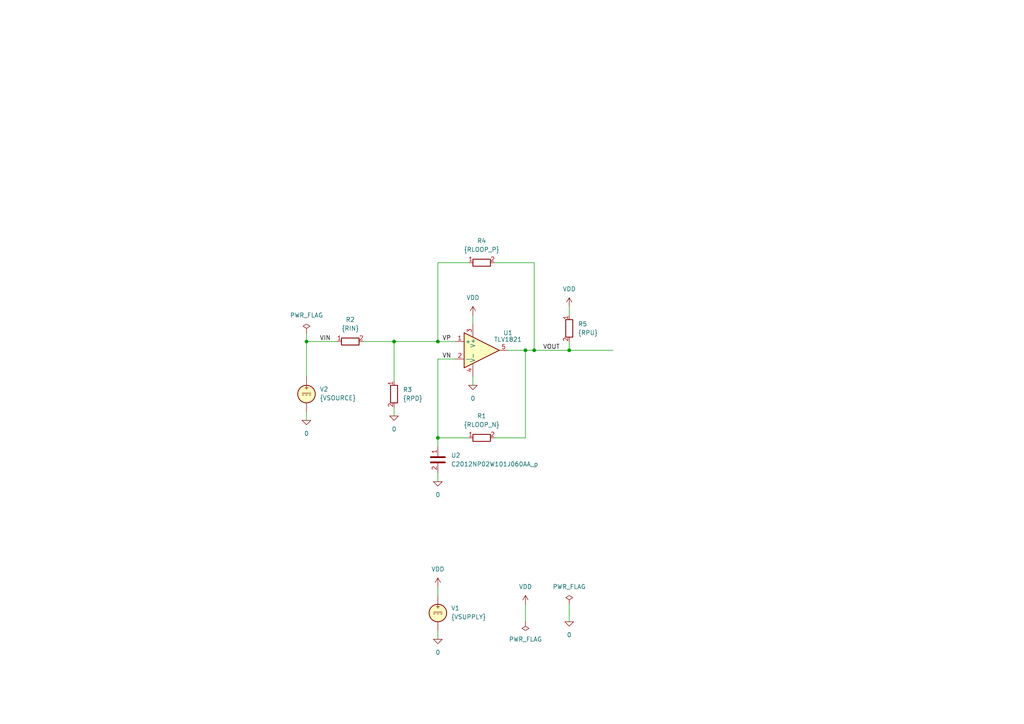
<source format=kicad_sch>
(kicad_sch
	(version 20231120)
	(generator "eeschema")
	(generator_version "8.0")
	(uuid "eee3e205-6a0b-41d1-8890-32090b4c904c")
	(paper "A4")
	(title_block
		(title "Square-wave oscillator")
		(date "2024-06-30")
		(rev "2")
		(company "astroelectronic@")
		(comment 1 "-")
		(comment 2 "-")
		(comment 3 "-")
		(comment 4 "AE01010821")
	)
	(lib_symbols
		(symbol "R_1"
			(pin_names
				(offset 0) hide)
			(exclude_from_sim no)
			(in_bom yes)
			(on_board yes)
			(property "Reference" "R"
				(at 2.032 0 90)
				(effects
					(font
						(size 1.27 1.27)
					)
				)
			)
			(property "Value" "R"
				(at 0 0 90)
				(effects
					(font
						(size 1.27 1.27)
					)
				)
			)
			(property "Footprint" ""
				(at -1.778 0 90)
				(effects
					(font
						(size 1.27 1.27)
					)
					(hide yes)
				)
			)
			(property "Datasheet" "~"
				(at 0 0 0)
				(effects
					(font
						(size 1.27 1.27)
					)
					(hide yes)
				)
			)
			(property "Description" "Resistor"
				(at 0 0 0)
				(effects
					(font
						(size 1.27 1.27)
					)
					(hide yes)
				)
			)
			(property "ki_keywords" "R res resistor"
				(at 0 0 0)
				(effects
					(font
						(size 1.27 1.27)
					)
					(hide yes)
				)
			)
			(property "ki_fp_filters" "R_*"
				(at 0 0 0)
				(effects
					(font
						(size 1.27 1.27)
					)
					(hide yes)
				)
			)
			(symbol "R_1_0_1"
				(rectangle
					(start -1.016 -2.54)
					(end 1.016 2.54)
					(stroke
						(width 0.254)
						(type default)
					)
					(fill
						(type none)
					)
				)
			)
			(symbol "R_1_1_1"
				(pin passive line
					(at 0 3.81 270)
					(length 1.27)
					(name "~"
						(effects
							(font
								(size 1.27 1.27)
							)
						)
					)
					(number "1"
						(effects
							(font
								(size 1.27 1.27)
							)
						)
					)
				)
				(pin passive line
					(at 0 -3.81 90)
					(length 1.27)
					(name "~"
						(effects
							(font
								(size 1.27 1.27)
							)
						)
					)
					(number "2"
						(effects
							(font
								(size 1.27 1.27)
							)
						)
					)
				)
			)
		)
		(symbol "TLV1821:0"
			(power)
			(pin_numbers hide)
			(pin_names
				(offset 0) hide)
			(exclude_from_sim no)
			(in_bom yes)
			(on_board yes)
			(property "Reference" "#GND"
				(at 0 -5.08 0)
				(effects
					(font
						(size 1.27 1.27)
					)
					(hide yes)
				)
			)
			(property "Value" "0"
				(at 0 -2.54 0)
				(effects
					(font
						(size 1.27 1.27)
					)
				)
			)
			(property "Footprint" ""
				(at 0 0 0)
				(effects
					(font
						(size 1.27 1.27)
					)
					(hide yes)
				)
			)
			(property "Datasheet" "https://ngspice.sourceforge.io/docs/ngspice-html-manual/manual.xhtml#subsec_Circuit_elements__device"
				(at 0 -10.16 0)
				(effects
					(font
						(size 1.27 1.27)
					)
					(hide yes)
				)
			)
			(property "Description" "0V reference potential for simulation"
				(at 0 -7.62 0)
				(effects
					(font
						(size 1.27 1.27)
					)
					(hide yes)
				)
			)
			(property "ki_keywords" "simulation"
				(at 0 0 0)
				(effects
					(font
						(size 1.27 1.27)
					)
					(hide yes)
				)
			)
			(symbol "0_0_1"
				(polyline
					(pts
						(xy -1.27 0) (xy 0 -1.27) (xy 1.27 0) (xy -1.27 0)
					)
					(stroke
						(width 0)
						(type default)
					)
					(fill
						(type none)
					)
				)
			)
			(symbol "0_1_1"
				(pin power_in line
					(at 0 0 0)
					(length 0)
					(name "~"
						(effects
							(font
								(size 1.016 1.016)
							)
						)
					)
					(number "1"
						(effects
							(font
								(size 1.016 1.016)
							)
						)
					)
				)
			)
		)
		(symbol "TLV1821:C"
			(pin_names
				(offset 0.254) hide)
			(exclude_from_sim no)
			(in_bom yes)
			(on_board yes)
			(property "Reference" "C"
				(at 0.635 2.54 0)
				(effects
					(font
						(size 1.27 1.27)
					)
					(justify left)
				)
			)
			(property "Value" "C"
				(at 0.635 -2.54 0)
				(effects
					(font
						(size 1.27 1.27)
					)
					(justify left)
				)
			)
			(property "Footprint" ""
				(at 0.9652 -3.81 0)
				(effects
					(font
						(size 1.27 1.27)
					)
					(hide yes)
				)
			)
			(property "Datasheet" "~"
				(at 0 0 0)
				(effects
					(font
						(size 1.27 1.27)
					)
					(hide yes)
				)
			)
			(property "Description" "Unpolarized capacitor"
				(at 0 0 0)
				(effects
					(font
						(size 1.27 1.27)
					)
					(hide yes)
				)
			)
			(property "ki_keywords" "cap capacitor"
				(at 0 0 0)
				(effects
					(font
						(size 1.27 1.27)
					)
					(hide yes)
				)
			)
			(property "ki_fp_filters" "C_*"
				(at 0 0 0)
				(effects
					(font
						(size 1.27 1.27)
					)
					(hide yes)
				)
			)
			(symbol "C_0_1"
				(polyline
					(pts
						(xy -2.032 -0.762) (xy 2.032 -0.762)
					)
					(stroke
						(width 0.508)
						(type default)
					)
					(fill
						(type none)
					)
				)
				(polyline
					(pts
						(xy -2.032 0.762) (xy 2.032 0.762)
					)
					(stroke
						(width 0.508)
						(type default)
					)
					(fill
						(type none)
					)
				)
			)
			(symbol "C_1_1"
				(pin passive line
					(at 0 3.81 270)
					(length 2.794)
					(name "~"
						(effects
							(font
								(size 1.27 1.27)
							)
						)
					)
					(number "1"
						(effects
							(font
								(size 1.27 1.27)
							)
						)
					)
				)
				(pin passive line
					(at 0 -3.81 90)
					(length 2.794)
					(name "~"
						(effects
							(font
								(size 1.27 1.27)
							)
						)
					)
					(number "2"
						(effects
							(font
								(size 1.27 1.27)
							)
						)
					)
				)
			)
		)
		(symbol "TLV1821:PWR_FLAG"
			(power)
			(pin_numbers hide)
			(pin_names
				(offset 0) hide)
			(exclude_from_sim no)
			(in_bom yes)
			(on_board yes)
			(property "Reference" "#FLG"
				(at 0 1.905 0)
				(effects
					(font
						(size 1.27 1.27)
					)
					(hide yes)
				)
			)
			(property "Value" "PWR_FLAG"
				(at 0 3.81 0)
				(effects
					(font
						(size 1.27 1.27)
					)
				)
			)
			(property "Footprint" ""
				(at 0 0 0)
				(effects
					(font
						(size 1.27 1.27)
					)
					(hide yes)
				)
			)
			(property "Datasheet" "~"
				(at 0 0 0)
				(effects
					(font
						(size 1.27 1.27)
					)
					(hide yes)
				)
			)
			(property "Description" "Special symbol for telling ERC where power comes from"
				(at 0 0 0)
				(effects
					(font
						(size 1.27 1.27)
					)
					(hide yes)
				)
			)
			(property "ki_keywords" "flag power"
				(at 0 0 0)
				(effects
					(font
						(size 1.27 1.27)
					)
					(hide yes)
				)
			)
			(symbol "PWR_FLAG_0_0"
				(pin power_out line
					(at 0 0 90)
					(length 0)
					(name "~"
						(effects
							(font
								(size 1.27 1.27)
							)
						)
					)
					(number "1"
						(effects
							(font
								(size 1.27 1.27)
							)
						)
					)
				)
			)
			(symbol "PWR_FLAG_0_1"
				(polyline
					(pts
						(xy 0 0) (xy 0 1.27) (xy -1.016 1.905) (xy 0 2.54) (xy 1.016 1.905) (xy 0 1.27)
					)
					(stroke
						(width 0)
						(type default)
					)
					(fill
						(type none)
					)
				)
			)
		)
		(symbol "TLV1821:R"
			(pin_names
				(offset 0) hide)
			(exclude_from_sim no)
			(in_bom yes)
			(on_board yes)
			(property "Reference" "R"
				(at 2.032 0 90)
				(effects
					(font
						(size 1.27 1.27)
					)
				)
			)
			(property "Value" "R"
				(at 0 0 90)
				(effects
					(font
						(size 1.27 1.27)
					)
				)
			)
			(property "Footprint" ""
				(at -1.778 0 90)
				(effects
					(font
						(size 1.27 1.27)
					)
					(hide yes)
				)
			)
			(property "Datasheet" "~"
				(at 0 0 0)
				(effects
					(font
						(size 1.27 1.27)
					)
					(hide yes)
				)
			)
			(property "Description" "Resistor"
				(at 0 0 0)
				(effects
					(font
						(size 1.27 1.27)
					)
					(hide yes)
				)
			)
			(property "ki_keywords" "R res resistor"
				(at 0 0 0)
				(effects
					(font
						(size 1.27 1.27)
					)
					(hide yes)
				)
			)
			(property "ki_fp_filters" "R_*"
				(at 0 0 0)
				(effects
					(font
						(size 1.27 1.27)
					)
					(hide yes)
				)
			)
			(symbol "R_0_1"
				(rectangle
					(start -1.016 -2.54)
					(end 1.016 2.54)
					(stroke
						(width 0.254)
						(type default)
					)
					(fill
						(type none)
					)
				)
			)
			(symbol "R_1_1"
				(pin passive line
					(at 0 3.81 270)
					(length 1.27)
					(name "~"
						(effects
							(font
								(size 1.27 1.27)
							)
						)
					)
					(number "1"
						(effects
							(font
								(size 1.27 1.27)
							)
						)
					)
				)
				(pin passive line
					(at 0 -3.81 90)
					(length 1.27)
					(name "~"
						(effects
							(font
								(size 1.27 1.27)
							)
						)
					)
					(number "2"
						(effects
							(font
								(size 1.27 1.27)
							)
						)
					)
				)
			)
		)
		(symbol "TLV1821:TLV1821"
			(pin_names
				(offset 0.254)
			)
			(exclude_from_sim no)
			(in_bom yes)
			(on_board yes)
			(property "Reference" "U"
				(at 3.81 3.175 0)
				(effects
					(font
						(size 1.27 1.27)
					)
					(justify left)
				)
			)
			(property "Value" "${SIM.PARAMS}"
				(at 3.81 -3.175 0)
				(effects
					(font
						(size 1.27 1.27)
					)
					(justify left)
				)
			)
			(property "Footprint" ""
				(at 0 0 0)
				(effects
					(font
						(size 1.27 1.27)
					)
					(hide yes)
				)
			)
			(property "Datasheet" "https://www.ti.com/product/TLV1824"
				(at 0 0 0)
				(effects
					(font
						(size 1.27 1.27)
					)
					(hide yes)
				)
			)
			(property "Description" "Operational amplifier, single, node sequence=1:+ 2:- 3:OUT 4:V+ 5:V-"
				(at 0 0 0)
				(effects
					(font
						(size 1.27 1.27)
					)
					(hide yes)
				)
			)
			(property "Sim.Pins" "1=in+ 2=in- 3=vcc 4=vee 5=out"
				(at 0 0 0)
				(effects
					(font
						(size 1.27 1.27)
					)
					(hide yes)
				)
			)
			(property "Sim.Device" "SUBCKT"
				(at 0 0 0)
				(effects
					(font
						(size 1.27 1.27)
					)
					(justify left)
					(hide yes)
				)
			)
			(property "Sim.Library" "${KICAD7_SYMBOL_DIR}/Simulation_SPICE.sp"
				(at 0 0 0)
				(effects
					(font
						(size 1.27 1.27)
					)
					(hide yes)
				)
			)
			(property "Sim.Name" "kicad_builtin_opamp"
				(at 0 0 0)
				(effects
					(font
						(size 1.27 1.27)
					)
					(hide yes)
				)
			)
			(property "ki_keywords" "simulation"
				(at 0 0 0)
				(effects
					(font
						(size 1.27 1.27)
					)
					(hide yes)
				)
			)
			(symbol "TLV1821_0_1"
				(polyline
					(pts
						(xy 5.08 0) (xy -5.08 5.08) (xy -5.08 -5.08) (xy 5.08 0)
					)
					(stroke
						(width 0.254)
						(type default)
					)
					(fill
						(type background)
					)
				)
			)
			(symbol "TLV1821_1_1"
				(pin passive line
					(at -7.62 2.54 0)
					(length 2.54)
					(name "+"
						(effects
							(font
								(size 1.27 1.27)
							)
						)
					)
					(number "1"
						(effects
							(font
								(size 1.27 1.27)
							)
						)
					)
				)
				(pin passive line
					(at -7.62 -2.54 0)
					(length 2.54)
					(name "-"
						(effects
							(font
								(size 1.27 1.27)
							)
						)
					)
					(number "2"
						(effects
							(font
								(size 1.27 1.27)
							)
						)
					)
				)
				(pin passive line
					(at -2.54 7.62 270)
					(length 3.81)
					(name "V+"
						(effects
							(font
								(size 1.27 1.27)
							)
						)
					)
					(number "3"
						(effects
							(font
								(size 1.27 1.27)
							)
						)
					)
				)
				(pin passive line
					(at -2.54 -7.62 90)
					(length 3.81)
					(name "V-"
						(effects
							(font
								(size 1.27 1.27)
							)
						)
					)
					(number "4"
						(effects
							(font
								(size 1.27 1.27)
							)
						)
					)
				)
				(pin passive line
					(at 7.62 0 180)
					(length 2.54)
					(name "~"
						(effects
							(font
								(size 1.27 1.27)
							)
						)
					)
					(number "5"
						(effects
							(font
								(size 1.27 1.27)
							)
						)
					)
				)
			)
		)
		(symbol "TLV1821:VDC"
			(pin_numbers hide)
			(pin_names
				(offset 0.0254)
			)
			(exclude_from_sim no)
			(in_bom yes)
			(on_board yes)
			(property "Reference" "V"
				(at 2.54 2.54 0)
				(effects
					(font
						(size 1.27 1.27)
					)
					(justify left)
				)
			)
			(property "Value" "1"
				(at 2.54 0 0)
				(effects
					(font
						(size 1.27 1.27)
					)
					(justify left)
				)
			)
			(property "Footprint" ""
				(at 0 0 0)
				(effects
					(font
						(size 1.27 1.27)
					)
					(hide yes)
				)
			)
			(property "Datasheet" "https://ngspice.sourceforge.io/docs/ngspice-html-manual/manual.xhtml#sec_Independent_Sources_for"
				(at 0 0 0)
				(effects
					(font
						(size 1.27 1.27)
					)
					(hide yes)
				)
			)
			(property "Description" "Voltage source, DC"
				(at 0 0 0)
				(effects
					(font
						(size 1.27 1.27)
					)
					(hide yes)
				)
			)
			(property "Sim.Pins" "1=+ 2=-"
				(at 0 0 0)
				(effects
					(font
						(size 1.27 1.27)
					)
					(hide yes)
				)
			)
			(property "Sim.Type" "DC"
				(at 0 0 0)
				(effects
					(font
						(size 1.27 1.27)
					)
					(hide yes)
				)
			)
			(property "Sim.Device" "V"
				(at 0 0 0)
				(effects
					(font
						(size 1.27 1.27)
					)
					(justify left)
					(hide yes)
				)
			)
			(property "ki_keywords" "simulation"
				(at 0 0 0)
				(effects
					(font
						(size 1.27 1.27)
					)
					(hide yes)
				)
			)
			(symbol "VDC_0_0"
				(polyline
					(pts
						(xy -1.27 0.254) (xy 1.27 0.254)
					)
					(stroke
						(width 0)
						(type default)
					)
					(fill
						(type none)
					)
				)
				(polyline
					(pts
						(xy -0.762 -0.254) (xy -1.27 -0.254)
					)
					(stroke
						(width 0)
						(type default)
					)
					(fill
						(type none)
					)
				)
				(polyline
					(pts
						(xy 0.254 -0.254) (xy -0.254 -0.254)
					)
					(stroke
						(width 0)
						(type default)
					)
					(fill
						(type none)
					)
				)
				(polyline
					(pts
						(xy 1.27 -0.254) (xy 0.762 -0.254)
					)
					(stroke
						(width 0)
						(type default)
					)
					(fill
						(type none)
					)
				)
				(text "+"
					(at 0 1.905 0)
					(effects
						(font
							(size 1.27 1.27)
						)
					)
				)
			)
			(symbol "VDC_0_1"
				(circle
					(center 0 0)
					(radius 2.54)
					(stroke
						(width 0.254)
						(type default)
					)
					(fill
						(type background)
					)
				)
			)
			(symbol "VDC_1_1"
				(pin passive line
					(at 0 5.08 270)
					(length 2.54)
					(name "~"
						(effects
							(font
								(size 1.27 1.27)
							)
						)
					)
					(number "1"
						(effects
							(font
								(size 1.27 1.27)
							)
						)
					)
				)
				(pin passive line
					(at 0 -5.08 90)
					(length 2.54)
					(name "~"
						(effects
							(font
								(size 1.27 1.27)
							)
						)
					)
					(number "2"
						(effects
							(font
								(size 1.27 1.27)
							)
						)
					)
				)
			)
		)
		(symbol "TLV1821:VDD"
			(power)
			(pin_numbers hide)
			(pin_names
				(offset 0) hide)
			(exclude_from_sim no)
			(in_bom yes)
			(on_board yes)
			(property "Reference" "#PWR"
				(at 0 -3.81 0)
				(effects
					(font
						(size 1.27 1.27)
					)
					(hide yes)
				)
			)
			(property "Value" "VDD"
				(at 0 3.556 0)
				(effects
					(font
						(size 1.27 1.27)
					)
				)
			)
			(property "Footprint" ""
				(at 0 0 0)
				(effects
					(font
						(size 1.27 1.27)
					)
					(hide yes)
				)
			)
			(property "Datasheet" ""
				(at 0 0 0)
				(effects
					(font
						(size 1.27 1.27)
					)
					(hide yes)
				)
			)
			(property "Description" "Power symbol creates a global label with name \"VDD\""
				(at 0 0 0)
				(effects
					(font
						(size 1.27 1.27)
					)
					(hide yes)
				)
			)
			(property "ki_keywords" "global power"
				(at 0 0 0)
				(effects
					(font
						(size 1.27 1.27)
					)
					(hide yes)
				)
			)
			(symbol "VDD_0_1"
				(polyline
					(pts
						(xy -0.762 1.27) (xy 0 2.54)
					)
					(stroke
						(width 0)
						(type default)
					)
					(fill
						(type none)
					)
				)
				(polyline
					(pts
						(xy 0 0) (xy 0 2.54)
					)
					(stroke
						(width 0)
						(type default)
					)
					(fill
						(type none)
					)
				)
				(polyline
					(pts
						(xy 0 2.54) (xy 0.762 1.27)
					)
					(stroke
						(width 0)
						(type default)
					)
					(fill
						(type none)
					)
				)
			)
			(symbol "VDD_1_1"
				(pin power_in line
					(at 0 0 90)
					(length 0)
					(name "~"
						(effects
							(font
								(size 1.27 1.27)
							)
						)
					)
					(number "1"
						(effects
							(font
								(size 1.27 1.27)
							)
						)
					)
				)
			)
		)
	)
	(junction
		(at 127 127)
		(diameter 0)
		(color 0 0 0 0)
		(uuid "3c222ed5-b577-4b29-b849-9c34ae203f71")
	)
	(junction
		(at 114.3 99.06)
		(diameter 0)
		(color 0 0 0 0)
		(uuid "4fa8a1c9-3020-4756-b2ff-0290b3b46761")
	)
	(junction
		(at 127 99.06)
		(diameter 0)
		(color 0 0 0 0)
		(uuid "631e0c59-e88d-4c5f-b08e-b1ccfce08ae6")
	)
	(junction
		(at 154.94 101.6)
		(diameter 0)
		(color 0 0 0 0)
		(uuid "7efead06-6895-4f2f-a02b-2b759a33fa4f")
	)
	(junction
		(at 165.1 101.6)
		(diameter 0)
		(color 0 0 0 0)
		(uuid "e2e018c3-bbcb-41b5-80fc-93cd9ee601d3")
	)
	(junction
		(at 88.9 99.06)
		(diameter 0)
		(color 0 0 0 0)
		(uuid "e99acf1d-7d6b-401e-abef-dd405c1e32cd")
	)
	(junction
		(at 152.4 101.6)
		(diameter 0)
		(color 0 0 0 0)
		(uuid "f256d2b5-0286-49fa-9248-0c38a389048d")
	)
	(wire
		(pts
			(xy 114.3 118.11) (xy 114.3 120.65)
		)
		(stroke
			(width 0)
			(type default)
		)
		(uuid "0fbf222f-ce3d-49bb-b02c-919eee802813")
	)
	(wire
		(pts
			(xy 114.3 99.06) (xy 127 99.06)
		)
		(stroke
			(width 0)
			(type default)
		)
		(uuid "151cc5e3-5858-4403-93ad-10ec5b65bbe0")
	)
	(wire
		(pts
			(xy 165.1 99.06) (xy 165.1 101.6)
		)
		(stroke
			(width 0)
			(type default)
		)
		(uuid "2d836bbf-dafb-41a1-b78c-97dbeaf69f0b")
	)
	(wire
		(pts
			(xy 127 99.06) (xy 132.08 99.06)
		)
		(stroke
			(width 0)
			(type default)
		)
		(uuid "336387b1-6b5b-4505-90ba-801a146bd2a8")
	)
	(wire
		(pts
			(xy 127 127) (xy 127 104.14)
		)
		(stroke
			(width 0)
			(type default)
		)
		(uuid "388bb1b4-cdf5-4967-b723-f68265613ca5")
	)
	(wire
		(pts
			(xy 165.1 88.9) (xy 165.1 91.44)
		)
		(stroke
			(width 0)
			(type default)
		)
		(uuid "3e1806f8-09db-44a7-bc33-3e035da64cdf")
	)
	(wire
		(pts
			(xy 165.1 175.26) (xy 165.1 180.34)
		)
		(stroke
			(width 0)
			(type default)
		)
		(uuid "402863fc-1b70-4d69-8647-d2b111982bc9")
	)
	(wire
		(pts
			(xy 135.89 127) (xy 127 127)
		)
		(stroke
			(width 0)
			(type default)
		)
		(uuid "48f6cb73-4f3d-4e6a-a15b-3a7a3224acf4")
	)
	(wire
		(pts
			(xy 105.41 99.06) (xy 114.3 99.06)
		)
		(stroke
			(width 0)
			(type default)
		)
		(uuid "524c3c4d-178b-41c2-b3d2-4b32dd21a0c8")
	)
	(wire
		(pts
			(xy 88.9 119.38) (xy 88.9 121.92)
		)
		(stroke
			(width 0)
			(type default)
		)
		(uuid "5e5a6e68-3d18-4659-b676-bad356ae6090")
	)
	(wire
		(pts
			(xy 154.94 76.2) (xy 143.51 76.2)
		)
		(stroke
			(width 0)
			(type default)
		)
		(uuid "643a3d7b-e132-4948-b8a7-6d2a5204d0d1")
	)
	(wire
		(pts
			(xy 127 137.16) (xy 127 139.7)
		)
		(stroke
			(width 0)
			(type default)
		)
		(uuid "6458248a-4c04-48a7-8a4a-4e6f75058251")
	)
	(wire
		(pts
			(xy 137.16 109.22) (xy 137.16 111.76)
		)
		(stroke
			(width 0)
			(type default)
		)
		(uuid "6599adde-5de4-45e5-9fb1-6a621a3fc205")
	)
	(wire
		(pts
			(xy 88.9 109.22) (xy 88.9 99.06)
		)
		(stroke
			(width 0)
			(type default)
		)
		(uuid "6742afe4-1286-4e31-81eb-cab4ecc5dcd4")
	)
	(wire
		(pts
			(xy 152.4 101.6) (xy 147.32 101.6)
		)
		(stroke
			(width 0)
			(type default)
		)
		(uuid "6a8e476f-887d-4edc-9c09-261a55852c06")
	)
	(wire
		(pts
			(xy 152.4 127) (xy 152.4 101.6)
		)
		(stroke
			(width 0)
			(type default)
		)
		(uuid "750447bd-0bc4-443b-a522-ea57a9b52dfb")
	)
	(wire
		(pts
			(xy 154.94 101.6) (xy 165.1 101.6)
		)
		(stroke
			(width 0)
			(type default)
		)
		(uuid "7a926146-bfc1-45d3-b0d9-c8a24ddb2546")
	)
	(wire
		(pts
			(xy 137.16 91.44) (xy 137.16 93.98)
		)
		(stroke
			(width 0)
			(type default)
		)
		(uuid "9cef6949-6fb3-4cb4-aebf-f928020079c3")
	)
	(wire
		(pts
			(xy 127 104.14) (xy 132.08 104.14)
		)
		(stroke
			(width 0)
			(type default)
		)
		(uuid "a3db5359-0f9d-4cd0-a711-17eb9c790b0a")
	)
	(wire
		(pts
			(xy 127 127) (xy 127 129.54)
		)
		(stroke
			(width 0)
			(type default)
		)
		(uuid "a60a2efb-fe36-447c-b3e0-811ef6b10974")
	)
	(wire
		(pts
			(xy 152.4 175.26) (xy 152.4 180.34)
		)
		(stroke
			(width 0)
			(type default)
		)
		(uuid "b110997d-3580-4eda-ac67-d136d51c8b9c")
	)
	(wire
		(pts
			(xy 88.9 96.52) (xy 88.9 99.06)
		)
		(stroke
			(width 0)
			(type default)
		)
		(uuid "b46d10c0-ab04-43b8-a625-d3139046adac")
	)
	(wire
		(pts
			(xy 165.1 101.6) (xy 177.8 101.6)
		)
		(stroke
			(width 0)
			(type default)
		)
		(uuid "b57a9231-4425-4ae1-94b0-965df152c28b")
	)
	(wire
		(pts
			(xy 127 76.2) (xy 135.89 76.2)
		)
		(stroke
			(width 0)
			(type default)
		)
		(uuid "b6134eb8-42c4-45f9-aaad-666a501f0194")
	)
	(wire
		(pts
			(xy 127 170.18) (xy 127 172.72)
		)
		(stroke
			(width 0)
			(type default)
		)
		(uuid "b6ac7e95-7cbc-4837-b134-62463aeafdd0")
	)
	(wire
		(pts
			(xy 127 99.06) (xy 127 76.2)
		)
		(stroke
			(width 0)
			(type default)
		)
		(uuid "c9acad14-a11b-467b-a220-83f402fe451b")
	)
	(wire
		(pts
			(xy 88.9 99.06) (xy 97.79 99.06)
		)
		(stroke
			(width 0)
			(type default)
		)
		(uuid "e08a17e5-8f5e-42f4-8259-5346c69d8710")
	)
	(wire
		(pts
			(xy 143.51 127) (xy 152.4 127)
		)
		(stroke
			(width 0)
			(type default)
		)
		(uuid "e25762e6-1741-42d9-a47f-ef2fa6756245")
	)
	(wire
		(pts
			(xy 114.3 99.06) (xy 114.3 110.49)
		)
		(stroke
			(width 0)
			(type default)
		)
		(uuid "e3e596a9-4303-4bc9-a84e-3d1435d5c16b")
	)
	(wire
		(pts
			(xy 127 182.88) (xy 127 185.42)
		)
		(stroke
			(width 0)
			(type default)
		)
		(uuid "e4e4db19-9c43-44f0-a2a8-f8035e37051e")
	)
	(wire
		(pts
			(xy 152.4 101.6) (xy 154.94 101.6)
		)
		(stroke
			(width 0)
			(type default)
		)
		(uuid "ec551cae-0896-4471-98ed-bf57048674a2")
	)
	(wire
		(pts
			(xy 154.94 101.6) (xy 154.94 76.2)
		)
		(stroke
			(width 0)
			(type default)
		)
		(uuid "edd34721-37bc-493f-b2d2-8054207b7e2e")
	)
	(label "VIN"
		(at 92.71 99.06 0)
		(fields_autoplaced yes)
		(effects
			(font
				(size 1.27 1.27)
			)
			(justify left bottom)
		)
		(uuid "15975e02-931b-4fea-a42d-d1f521bffcd2")
	)
	(label "VN"
		(at 128.27 104.14 0)
		(fields_autoplaced yes)
		(effects
			(font
				(size 1.27 1.27)
			)
			(justify left bottom)
		)
		(uuid "17971c5b-98d6-4bd5-a8c8-370c32884b28")
	)
	(label "VOUT"
		(at 157.48 101.6 0)
		(fields_autoplaced yes)
		(effects
			(font
				(size 1.27 1.27)
			)
			(justify left bottom)
		)
		(uuid "586c0668-a169-453e-a7bc-6724aec7388a")
	)
	(label "VP"
		(at 128.27 99.06 0)
		(fields_autoplaced yes)
		(effects
			(font
				(size 1.27 1.27)
			)
			(justify left bottom)
		)
		(uuid "6d7a1b73-fc83-4ed2-9008-a6c8ef665c91")
	)
	(symbol
		(lib_id "TLV1821:VDD")
		(at 152.4 175.26 0)
		(unit 1)
		(exclude_from_sim no)
		(in_bom yes)
		(on_board yes)
		(dnp no)
		(fields_autoplaced yes)
		(uuid "11418cea-2fd0-40d1-8819-26634af23049")
		(property "Reference" "#PWR03"
			(at 152.4 179.07 0)
			(effects
				(font
					(size 1.27 1.27)
				)
				(hide yes)
			)
		)
		(property "Value" "VDD"
			(at 152.4 170.18 0)
			(effects
				(font
					(size 1.27 1.27)
				)
			)
		)
		(property "Footprint" ""
			(at 152.4 175.26 0)
			(effects
				(font
					(size 1.27 1.27)
				)
				(hide yes)
			)
		)
		(property "Datasheet" ""
			(at 152.4 175.26 0)
			(effects
				(font
					(size 1.27 1.27)
				)
				(hide yes)
			)
		)
		(property "Description" "Power symbol creates a global label with name \"VDD\""
			(at 152.4 175.26 0)
			(effects
				(font
					(size 1.27 1.27)
				)
				(hide yes)
			)
		)
		(pin "1"
			(uuid "21237677-bd17-45f6-b0d2-da4d048ee894")
		)
		(instances
			(project "TLV1821_square"
				(path "/eee3e205-6a0b-41d1-8890-32090b4c904c"
					(reference "#PWR03")
					(unit 1)
				)
			)
		)
	)
	(symbol
		(lib_id "TLV1821:0")
		(at 165.1 180.34 0)
		(unit 1)
		(exclude_from_sim no)
		(in_bom yes)
		(on_board yes)
		(dnp no)
		(fields_autoplaced yes)
		(uuid "1b580f6e-c5f6-478f-ac12-a7eba4680483")
		(property "Reference" "#GND03"
			(at 165.1 185.42 0)
			(effects
				(font
					(size 1.27 1.27)
				)
				(hide yes)
			)
		)
		(property "Value" "0"
			(at 165.1 184.15 0)
			(effects
				(font
					(size 1.27 1.27)
				)
			)
		)
		(property "Footprint" ""
			(at 165.1 180.34 0)
			(effects
				(font
					(size 1.27 1.27)
				)
				(hide yes)
			)
		)
		(property "Datasheet" "https://ngspice.sourceforge.io/docs/ngspice-html-manual/manual.xhtml#subsec_Circuit_elements__device"
			(at 165.1 190.5 0)
			(effects
				(font
					(size 1.27 1.27)
				)
				(hide yes)
			)
		)
		(property "Description" "0V reference potential for simulation"
			(at 165.1 187.96 0)
			(effects
				(font
					(size 1.27 1.27)
				)
				(hide yes)
			)
		)
		(pin "1"
			(uuid "a8332c04-a277-49db-a910-0ed8613ea5b3")
		)
		(instances
			(project "TLV1821_square"
				(path "/eee3e205-6a0b-41d1-8890-32090b4c904c"
					(reference "#GND03")
					(unit 1)
				)
			)
		)
	)
	(symbol
		(lib_id "TLV1821:0")
		(at 127 185.42 0)
		(unit 1)
		(exclude_from_sim no)
		(in_bom yes)
		(on_board yes)
		(dnp no)
		(fields_autoplaced yes)
		(uuid "1f1973fc-464f-445e-9989-cbf1f8ee29fb")
		(property "Reference" "#GND02"
			(at 127 190.5 0)
			(effects
				(font
					(size 1.27 1.27)
				)
				(hide yes)
			)
		)
		(property "Value" "0"
			(at 127 189.23 0)
			(effects
				(font
					(size 1.27 1.27)
				)
			)
		)
		(property "Footprint" ""
			(at 127 185.42 0)
			(effects
				(font
					(size 1.27 1.27)
				)
				(hide yes)
			)
		)
		(property "Datasheet" "https://ngspice.sourceforge.io/docs/ngspice-html-manual/manual.xhtml#subsec_Circuit_elements__device"
			(at 127 195.58 0)
			(effects
				(font
					(size 1.27 1.27)
				)
				(hide yes)
			)
		)
		(property "Description" "0V reference potential for simulation"
			(at 127 193.04 0)
			(effects
				(font
					(size 1.27 1.27)
				)
				(hide yes)
			)
		)
		(pin "1"
			(uuid "f19cbf05-1825-4c0c-a109-21e68e7f4dd4")
		)
		(instances
			(project "TLV1821_square"
				(path "/eee3e205-6a0b-41d1-8890-32090b4c904c"
					(reference "#GND02")
					(unit 1)
				)
			)
		)
	)
	(symbol
		(lib_id "TLV1821:0")
		(at 137.16 111.76 0)
		(unit 1)
		(exclude_from_sim no)
		(in_bom yes)
		(on_board yes)
		(dnp no)
		(fields_autoplaced yes)
		(uuid "2f5db6b4-de34-4897-a664-2dd150283644")
		(property "Reference" "#GND01"
			(at 137.16 116.84 0)
			(effects
				(font
					(size 1.27 1.27)
				)
				(hide yes)
			)
		)
		(property "Value" "0"
			(at 137.16 115.57 0)
			(effects
				(font
					(size 1.27 1.27)
				)
			)
		)
		(property "Footprint" ""
			(at 137.16 111.76 0)
			(effects
				(font
					(size 1.27 1.27)
				)
				(hide yes)
			)
		)
		(property "Datasheet" "https://ngspice.sourceforge.io/docs/ngspice-html-manual/manual.xhtml#subsec_Circuit_elements__device"
			(at 137.16 121.92 0)
			(effects
				(font
					(size 1.27 1.27)
				)
				(hide yes)
			)
		)
		(property "Description" "0V reference potential for simulation"
			(at 137.16 119.38 0)
			(effects
				(font
					(size 1.27 1.27)
				)
				(hide yes)
			)
		)
		(pin "1"
			(uuid "039cbba2-d549-4b13-b715-7eaa23c4a12f")
		)
		(instances
			(project "TLV1821_square"
				(path "/eee3e205-6a0b-41d1-8890-32090b4c904c"
					(reference "#GND01")
					(unit 1)
				)
			)
		)
	)
	(symbol
		(lib_id "TLV1821:VDC")
		(at 127 177.8 0)
		(unit 1)
		(exclude_from_sim no)
		(in_bom yes)
		(on_board yes)
		(dnp no)
		(fields_autoplaced yes)
		(uuid "2f69db59-c2a0-4156-8c85-195a5ae35986")
		(property "Reference" "V1"
			(at 130.81 176.4001 0)
			(effects
				(font
					(size 1.27 1.27)
				)
				(justify left)
			)
		)
		(property "Value" "{VSUPPLY}"
			(at 130.81 178.9401 0)
			(effects
				(font
					(size 1.27 1.27)
				)
				(justify left)
			)
		)
		(property "Footprint" ""
			(at 127 177.8 0)
			(effects
				(font
					(size 1.27 1.27)
				)
				(hide yes)
			)
		)
		(property "Datasheet" "https://ngspice.sourceforge.io/docs/ngspice-html-manual/manual.xhtml#sec_Independent_Sources_for"
			(at 127 177.8 0)
			(effects
				(font
					(size 1.27 1.27)
				)
				(hide yes)
			)
		)
		(property "Description" "Voltage source, DC"
			(at 127 177.8 0)
			(effects
				(font
					(size 1.27 1.27)
				)
				(hide yes)
			)
		)
		(property "Sim.Pins" "1=+ 2=-"
			(at 127 177.8 0)
			(effects
				(font
					(size 1.27 1.27)
				)
				(hide yes)
			)
		)
		(property "Sim.Type" "DC"
			(at 127 177.8 0)
			(effects
				(font
					(size 1.27 1.27)
				)
				(hide yes)
			)
		)
		(property "Sim.Device" "V"
			(at 127 177.8 0)
			(effects
				(font
					(size 1.27 1.27)
				)
				(justify left)
				(hide yes)
			)
		)
		(pin "1"
			(uuid "0e477c2f-7619-4265-8690-a0d858123507")
		)
		(pin "2"
			(uuid "8188eaea-1455-4ae5-b8d7-28825094a344")
		)
		(instances
			(project "TLV1821_square"
				(path "/eee3e205-6a0b-41d1-8890-32090b4c904c"
					(reference "V1")
					(unit 1)
				)
			)
		)
	)
	(symbol
		(lib_id "TLV1821:VDD")
		(at 137.16 91.44 0)
		(unit 1)
		(exclude_from_sim no)
		(in_bom yes)
		(on_board yes)
		(dnp no)
		(fields_autoplaced yes)
		(uuid "330b7239-0cb3-4524-9343-a74f0650fc5d")
		(property "Reference" "#PWR01"
			(at 137.16 95.25 0)
			(effects
				(font
					(size 1.27 1.27)
				)
				(hide yes)
			)
		)
		(property "Value" "VDD"
			(at 137.16 86.36 0)
			(effects
				(font
					(size 1.27 1.27)
				)
			)
		)
		(property "Footprint" ""
			(at 137.16 91.44 0)
			(effects
				(font
					(size 1.27 1.27)
				)
				(hide yes)
			)
		)
		(property "Datasheet" ""
			(at 137.16 91.44 0)
			(effects
				(font
					(size 1.27 1.27)
				)
				(hide yes)
			)
		)
		(property "Description" "Power symbol creates a global label with name \"VDD\""
			(at 137.16 91.44 0)
			(effects
				(font
					(size 1.27 1.27)
				)
				(hide yes)
			)
		)
		(pin "1"
			(uuid "33c97c6a-f570-42df-b77b-3d09d4125f46")
		)
		(instances
			(project "TLV1821_square"
				(path "/eee3e205-6a0b-41d1-8890-32090b4c904c"
					(reference "#PWR01")
					(unit 1)
				)
			)
		)
	)
	(symbol
		(lib_id "TLV1821:PWR_FLAG")
		(at 165.1 175.26 0)
		(unit 1)
		(exclude_from_sim no)
		(in_bom yes)
		(on_board yes)
		(dnp no)
		(fields_autoplaced yes)
		(uuid "3a6be173-fa38-4b22-86f1-795bbf2062ff")
		(property "Reference" "#FLG02"
			(at 165.1 173.355 0)
			(effects
				(font
					(size 1.27 1.27)
				)
				(hide yes)
			)
		)
		(property "Value" "PWR_FLAG"
			(at 165.1 170.18 0)
			(effects
				(font
					(size 1.27 1.27)
				)
			)
		)
		(property "Footprint" ""
			(at 165.1 175.26 0)
			(effects
				(font
					(size 1.27 1.27)
				)
				(hide yes)
			)
		)
		(property "Datasheet" "~"
			(at 165.1 175.26 0)
			(effects
				(font
					(size 1.27 1.27)
				)
				(hide yes)
			)
		)
		(property "Description" "Special symbol for telling ERC where power comes from"
			(at 165.1 175.26 0)
			(effects
				(font
					(size 1.27 1.27)
				)
				(hide yes)
			)
		)
		(pin "1"
			(uuid "cd4cf15a-7d20-42e6-8fb1-ea9911bb4a8e")
		)
		(instances
			(project "TLV1821_square"
				(path "/eee3e205-6a0b-41d1-8890-32090b4c904c"
					(reference "#FLG02")
					(unit 1)
				)
			)
		)
	)
	(symbol
		(lib_name "R_1")
		(lib_id "TLV1821:R_1")
		(at 101.6 99.06 90)
		(unit 1)
		(exclude_from_sim no)
		(in_bom yes)
		(on_board yes)
		(dnp no)
		(fields_autoplaced yes)
		(uuid "40c47232-dbf1-42e6-a5b3-103cb3b9f135")
		(property "Reference" "R2"
			(at 101.6 92.71 90)
			(effects
				(font
					(size 1.27 1.27)
				)
			)
		)
		(property "Value" "{RIN}"
			(at 101.6 95.25 90)
			(effects
				(font
					(size 1.27 1.27)
				)
			)
		)
		(property "Footprint" ""
			(at 101.6 100.838 90)
			(effects
				(font
					(size 1.27 1.27)
				)
				(hide yes)
			)
		)
		(property "Datasheet" "~"
			(at 101.6 99.06 0)
			(effects
				(font
					(size 1.27 1.27)
				)
				(hide yes)
			)
		)
		(property "Description" "Resistor"
			(at 101.6 99.06 0)
			(effects
				(font
					(size 1.27 1.27)
				)
				(hide yes)
			)
		)
		(pin "1"
			(uuid "83914c7e-7a03-4b2f-87a9-f1fa628c8304")
		)
		(pin "2"
			(uuid "76b54c73-150e-43e6-ad3b-8a59281bca6b")
		)
		(instances
			(project "TLV1821_square"
				(path "/eee3e205-6a0b-41d1-8890-32090b4c904c"
					(reference "R2")
					(unit 1)
				)
			)
		)
	)
	(symbol
		(lib_id "TLV1821:TLV1821")
		(at 139.7 101.6 0)
		(unit 1)
		(exclude_from_sim no)
		(in_bom yes)
		(on_board yes)
		(dnp no)
		(fields_autoplaced yes)
		(uuid "422fc76a-658f-49c1-950a-219cce7cf584")
		(property "Reference" "U1"
			(at 147.32 96.5514 0)
			(effects
				(font
					(size 1.27 1.27)
				)
			)
		)
		(property "Value" "TLV1821"
			(at 147.32 98.4565 0)
			(effects
				(font
					(size 1.27 1.27)
				)
			)
		)
		(property "Footprint" ""
			(at 139.7 101.6 0)
			(effects
				(font
					(size 1.27 1.27)
				)
				(hide yes)
			)
		)
		(property "Datasheet" "https://www.ti.com/product/TLV1824"
			(at 139.7 101.6 0)
			(effects
				(font
					(size 1.27 1.27)
				)
				(hide yes)
			)
		)
		(property "Description" "Operational amplifier, single, node sequence=1:+ 2:- 3:OUT 4:V+ 5:V-"
			(at 139.7 101.6 0)
			(effects
				(font
					(size 1.27 1.27)
				)
				(hide yes)
			)
		)
		(property "Sim.Pins" "1=IN+ 2=IN- 3=V+ 4=V- 5=OUT"
			(at 139.7 101.6 0)
			(effects
				(font
					(size 1.27 1.27)
				)
				(hide yes)
			)
		)
		(property "Sim.Device" "SUBCKT"
			(at 139.7 101.6 0)
			(effects
				(font
					(size 1.27 1.27)
				)
				(justify left)
				(hide yes)
			)
		)
		(property "Sim.Library" "C:\\AE\\TLV1821\\_models\\tlv1821.lib"
			(at 139.7 101.6 0)
			(effects
				(font
					(size 1.27 1.27)
				)
				(hide yes)
			)
		)
		(property "Sim.Name" "TLV1821"
			(at 139.7 101.6 0)
			(effects
				(font
					(size 1.27 1.27)
				)
				(hide yes)
			)
		)
		(pin "1"
			(uuid "28a5f25b-50b2-430d-8cf8-6bd97e4dd291")
		)
		(pin "3"
			(uuid "f0cf9477-a561-4ebf-a349-9998ceb4f034")
		)
		(pin "2"
			(uuid "019cbe4a-3d73-4e20-b735-49ef460067a3")
		)
		(pin "5"
			(uuid "1c186734-9872-421d-a321-0bc04a7206c3")
		)
		(pin "4"
			(uuid "5fe08247-2f01-4a0d-bd43-da8c4a4166d3")
		)
		(instances
			(project "TLV1821_square"
				(path "/eee3e205-6a0b-41d1-8890-32090b4c904c"
					(reference "U1")
					(unit 1)
				)
			)
		)
	)
	(symbol
		(lib_name "R_1")
		(lib_id "TLV1821:R_1")
		(at 165.1 95.25 0)
		(unit 1)
		(exclude_from_sim no)
		(in_bom yes)
		(on_board yes)
		(dnp no)
		(fields_autoplaced yes)
		(uuid "53d3c3f9-6dea-4ddc-a961-33b56a37e96e")
		(property "Reference" "R5"
			(at 167.64 93.9799 0)
			(effects
				(font
					(size 1.27 1.27)
				)
				(justify left)
			)
		)
		(property "Value" "{RPU}"
			(at 167.64 96.5199 0)
			(effects
				(font
					(size 1.27 1.27)
				)
				(justify left)
			)
		)
		(property "Footprint" ""
			(at 163.322 95.25 90)
			(effects
				(font
					(size 1.27 1.27)
				)
				(hide yes)
			)
		)
		(property "Datasheet" "~"
			(at 165.1 95.25 0)
			(effects
				(font
					(size 1.27 1.27)
				)
				(hide yes)
			)
		)
		(property "Description" "Resistor"
			(at 165.1 95.25 0)
			(effects
				(font
					(size 1.27 1.27)
				)
				(hide yes)
			)
		)
		(pin "1"
			(uuid "840dc79d-9bf2-4e7b-8aa8-536576f8a874")
		)
		(pin "2"
			(uuid "61847e43-859d-415d-a48f-8956b50714d6")
		)
		(instances
			(project "TLV1821_square"
				(path "/eee3e205-6a0b-41d1-8890-32090b4c904c"
					(reference "R5")
					(unit 1)
				)
			)
		)
	)
	(symbol
		(lib_id "TLV1821:0")
		(at 88.9 121.92 0)
		(unit 1)
		(exclude_from_sim no)
		(in_bom yes)
		(on_board yes)
		(dnp no)
		(fields_autoplaced yes)
		(uuid "59f4864e-e4c8-4a93-899f-e556256bde08")
		(property "Reference" "#GND06"
			(at 88.9 127 0)
			(effects
				(font
					(size 1.27 1.27)
				)
				(hide yes)
			)
		)
		(property "Value" "0"
			(at 88.9 125.73 0)
			(effects
				(font
					(size 1.27 1.27)
				)
			)
		)
		(property "Footprint" ""
			(at 88.9 121.92 0)
			(effects
				(font
					(size 1.27 1.27)
				)
				(hide yes)
			)
		)
		(property "Datasheet" "https://ngspice.sourceforge.io/docs/ngspice-html-manual/manual.xhtml#subsec_Circuit_elements__device"
			(at 88.9 132.08 0)
			(effects
				(font
					(size 1.27 1.27)
				)
				(hide yes)
			)
		)
		(property "Description" "0V reference potential for simulation"
			(at 88.9 129.54 0)
			(effects
				(font
					(size 1.27 1.27)
				)
				(hide yes)
			)
		)
		(pin "1"
			(uuid "262d4382-8aae-4f44-9cad-f54c2794cead")
		)
		(instances
			(project "TLV1821_square"
				(path "/eee3e205-6a0b-41d1-8890-32090b4c904c"
					(reference "#GND06")
					(unit 1)
				)
			)
		)
	)
	(symbol
		(lib_id "TLV1821:PWR_FLAG")
		(at 152.4 180.34 180)
		(unit 1)
		(exclude_from_sim no)
		(in_bom yes)
		(on_board yes)
		(dnp no)
		(fields_autoplaced yes)
		(uuid "5d9d9621-063e-4db6-ab97-5625280f08ea")
		(property "Reference" "#FLG01"
			(at 152.4 182.245 0)
			(effects
				(font
					(size 1.27 1.27)
				)
				(hide yes)
			)
		)
		(property "Value" "PWR_FLAG"
			(at 152.4 185.42 0)
			(effects
				(font
					(size 1.27 1.27)
				)
			)
		)
		(property "Footprint" ""
			(at 152.4 180.34 0)
			(effects
				(font
					(size 1.27 1.27)
				)
				(hide yes)
			)
		)
		(property "Datasheet" "~"
			(at 152.4 180.34 0)
			(effects
				(font
					(size 1.27 1.27)
				)
				(hide yes)
			)
		)
		(property "Description" "Special symbol for telling ERC where power comes from"
			(at 152.4 180.34 0)
			(effects
				(font
					(size 1.27 1.27)
				)
				(hide yes)
			)
		)
		(pin "1"
			(uuid "2d0a7747-551f-4a06-8e2f-199842f173ee")
		)
		(instances
			(project "TLV1821_square"
				(path "/eee3e205-6a0b-41d1-8890-32090b4c904c"
					(reference "#FLG01")
					(unit 1)
				)
			)
		)
	)
	(symbol
		(lib_id "TLV1821:R")
		(at 139.7 127 90)
		(unit 1)
		(exclude_from_sim no)
		(in_bom yes)
		(on_board yes)
		(dnp no)
		(fields_autoplaced yes)
		(uuid "6b419c89-a986-4aac-afda-e674209f46f7")
		(property "Reference" "R1"
			(at 139.7 120.65 90)
			(effects
				(font
					(size 1.27 1.27)
				)
			)
		)
		(property "Value" "{RLOOP_N}"
			(at 139.7 123.19 90)
			(effects
				(font
					(size 1.27 1.27)
				)
			)
		)
		(property "Footprint" ""
			(at 139.7 128.778 90)
			(effects
				(font
					(size 1.27 1.27)
				)
				(hide yes)
			)
		)
		(property "Datasheet" "~"
			(at 139.7 127 0)
			(effects
				(font
					(size 1.27 1.27)
				)
				(hide yes)
			)
		)
		(property "Description" "Resistor"
			(at 139.7 127 0)
			(effects
				(font
					(size 1.27 1.27)
				)
				(hide yes)
			)
		)
		(pin "2"
			(uuid "e8d5743e-f3d3-4c31-bbf8-b103b628acf3")
		)
		(pin "1"
			(uuid "df0e7e10-e746-4df1-b714-907226ad7bf6")
		)
		(instances
			(project "TLV1821_square"
				(path "/eee3e205-6a0b-41d1-8890-32090b4c904c"
					(reference "R1")
					(unit 1)
				)
			)
		)
	)
	(symbol
		(lib_id "TLV1821:PWR_FLAG")
		(at 88.9 96.52 0)
		(unit 1)
		(exclude_from_sim no)
		(in_bom yes)
		(on_board yes)
		(dnp no)
		(fields_autoplaced yes)
		(uuid "6c1d9817-4f64-4263-9c53-50ba86f67a43")
		(property "Reference" "#FLG03"
			(at 88.9 94.615 0)
			(effects
				(font
					(size 1.27 1.27)
				)
				(hide yes)
			)
		)
		(property "Value" "PWR_FLAG"
			(at 88.9 91.44 0)
			(effects
				(font
					(size 1.27 1.27)
				)
			)
		)
		(property "Footprint" ""
			(at 88.9 96.52 0)
			(effects
				(font
					(size 1.27 1.27)
				)
				(hide yes)
			)
		)
		(property "Datasheet" "~"
			(at 88.9 96.52 0)
			(effects
				(font
					(size 1.27 1.27)
				)
				(hide yes)
			)
		)
		(property "Description" "Special symbol for telling ERC where power comes from"
			(at 88.9 96.52 0)
			(effects
				(font
					(size 1.27 1.27)
				)
				(hide yes)
			)
		)
		(pin "1"
			(uuid "188a7729-7964-4aac-a653-03ca75499070")
		)
		(instances
			(project "TLV1821_square"
				(path "/eee3e205-6a0b-41d1-8890-32090b4c904c"
					(reference "#FLG03")
					(unit 1)
				)
			)
		)
	)
	(symbol
		(lib_name "R_1")
		(lib_id "TLV1821:R_1")
		(at 139.7 76.2 90)
		(unit 1)
		(exclude_from_sim no)
		(in_bom yes)
		(on_board yes)
		(dnp no)
		(fields_autoplaced yes)
		(uuid "714b004c-0f4a-4ac3-b2bd-dd22f2f557ca")
		(property "Reference" "R4"
			(at 139.7 69.85 90)
			(effects
				(font
					(size 1.27 1.27)
				)
			)
		)
		(property "Value" "{RLOOP_P}"
			(at 139.7 72.39 90)
			(effects
				(font
					(size 1.27 1.27)
				)
			)
		)
		(property "Footprint" ""
			(at 139.7 77.978 90)
			(effects
				(font
					(size 1.27 1.27)
				)
				(hide yes)
			)
		)
		(property "Datasheet" "~"
			(at 139.7 76.2 0)
			(effects
				(font
					(size 1.27 1.27)
				)
				(hide yes)
			)
		)
		(property "Description" "Resistor"
			(at 139.7 76.2 0)
			(effects
				(font
					(size 1.27 1.27)
				)
				(hide yes)
			)
		)
		(pin "1"
			(uuid "26adc998-9efc-4969-84af-6b2782bf6f45")
		)
		(pin "2"
			(uuid "4a1f7b65-7512-435e-ad15-eb411625c080")
		)
		(instances
			(project "TLV1821_square"
				(path "/eee3e205-6a0b-41d1-8890-32090b4c904c"
					(reference "R4")
					(unit 1)
				)
			)
		)
	)
	(symbol
		(lib_id "TLV1821:0")
		(at 114.3 120.65 0)
		(unit 1)
		(exclude_from_sim no)
		(in_bom yes)
		(on_board yes)
		(dnp no)
		(fields_autoplaced yes)
		(uuid "736d8da8-c034-465f-bf0e-a73f3063f55d")
		(property "Reference" "#GND05"
			(at 114.3 125.73 0)
			(effects
				(font
					(size 1.27 1.27)
				)
				(hide yes)
			)
		)
		(property "Value" "0"
			(at 114.3 124.46 0)
			(effects
				(font
					(size 1.27 1.27)
				)
			)
		)
		(property "Footprint" ""
			(at 114.3 120.65 0)
			(effects
				(font
					(size 1.27 1.27)
				)
				(hide yes)
			)
		)
		(property "Datasheet" "https://ngspice.sourceforge.io/docs/ngspice-html-manual/manual.xhtml#subsec_Circuit_elements__device"
			(at 114.3 130.81 0)
			(effects
				(font
					(size 1.27 1.27)
				)
				(hide yes)
			)
		)
		(property "Description" "0V reference potential for simulation"
			(at 114.3 128.27 0)
			(effects
				(font
					(size 1.27 1.27)
				)
				(hide yes)
			)
		)
		(pin "1"
			(uuid "8a647573-da9f-4337-92dd-6ed1feec617b")
		)
		(instances
			(project "TLV1821_square"
				(path "/eee3e205-6a0b-41d1-8890-32090b4c904c"
					(reference "#GND05")
					(unit 1)
				)
			)
		)
	)
	(symbol
		(lib_id "TLV1821:0")
		(at 127 139.7 0)
		(unit 1)
		(exclude_from_sim no)
		(in_bom yes)
		(on_board yes)
		(dnp no)
		(fields_autoplaced yes)
		(uuid "8ce7a832-f63b-416c-a9b1-89e3b1b8650a")
		(property "Reference" "#GND04"
			(at 127 144.78 0)
			(effects
				(font
					(size 1.27 1.27)
				)
				(hide yes)
			)
		)
		(property "Value" "0"
			(at 127 143.51 0)
			(effects
				(font
					(size 1.27 1.27)
				)
			)
		)
		(property "Footprint" ""
			(at 127 139.7 0)
			(effects
				(font
					(size 1.27 1.27)
				)
				(hide yes)
			)
		)
		(property "Datasheet" "https://ngspice.sourceforge.io/docs/ngspice-html-manual/manual.xhtml#subsec_Circuit_elements__device"
			(at 127 149.86 0)
			(effects
				(font
					(size 1.27 1.27)
				)
				(hide yes)
			)
		)
		(property "Description" "0V reference potential for simulation"
			(at 127 147.32 0)
			(effects
				(font
					(size 1.27 1.27)
				)
				(hide yes)
			)
		)
		(pin "1"
			(uuid "9ac212dd-4295-48f1-a636-01859a43b2f4")
		)
		(instances
			(project "TLV1821_square"
				(path "/eee3e205-6a0b-41d1-8890-32090b4c904c"
					(reference "#GND04")
					(unit 1)
				)
			)
		)
	)
	(symbol
		(lib_name "R_1")
		(lib_id "TLV1821:R_1")
		(at 114.3 114.3 0)
		(unit 1)
		(exclude_from_sim no)
		(in_bom yes)
		(on_board yes)
		(dnp no)
		(fields_autoplaced yes)
		(uuid "d51fca82-a359-4a4d-8a1c-76f0aca61dc1")
		(property "Reference" "R3"
			(at 116.84 113.0299 0)
			(effects
				(font
					(size 1.27 1.27)
				)
				(justify left)
			)
		)
		(property "Value" "{RPD}"
			(at 116.84 115.5699 0)
			(effects
				(font
					(size 1.27 1.27)
				)
				(justify left)
			)
		)
		(property "Footprint" ""
			(at 112.522 114.3 90)
			(effects
				(font
					(size 1.27 1.27)
				)
				(hide yes)
			)
		)
		(property "Datasheet" "~"
			(at 114.3 114.3 0)
			(effects
				(font
					(size 1.27 1.27)
				)
				(hide yes)
			)
		)
		(property "Description" "Resistor"
			(at 114.3 114.3 0)
			(effects
				(font
					(size 1.27 1.27)
				)
				(hide yes)
			)
		)
		(pin "1"
			(uuid "bcaf81f7-f6f6-4432-837e-c0fd40e12b6e")
		)
		(pin "2"
			(uuid "5794472d-b3ab-410e-bd34-e25c8fb15a56")
		)
		(instances
			(project "TLV1821_square"
				(path "/eee3e205-6a0b-41d1-8890-32090b4c904c"
					(reference "R3")
					(unit 1)
				)
			)
		)
	)
	(symbol
		(lib_id "TLV1821:VDD")
		(at 127 170.18 0)
		(unit 1)
		(exclude_from_sim no)
		(in_bom yes)
		(on_board yes)
		(dnp no)
		(fields_autoplaced yes)
		(uuid "d88ee24c-cbd0-4373-b0eb-e865dd06d521")
		(property "Reference" "#PWR02"
			(at 127 173.99 0)
			(effects
				(font
					(size 1.27 1.27)
				)
				(hide yes)
			)
		)
		(property "Value" "VDD"
			(at 127 165.1 0)
			(effects
				(font
					(size 1.27 1.27)
				)
			)
		)
		(property "Footprint" ""
			(at 127 170.18 0)
			(effects
				(font
					(size 1.27 1.27)
				)
				(hide yes)
			)
		)
		(property "Datasheet" ""
			(at 127 170.18 0)
			(effects
				(font
					(size 1.27 1.27)
				)
				(hide yes)
			)
		)
		(property "Description" "Power symbol creates a global label with name \"VDD\""
			(at 127 170.18 0)
			(effects
				(font
					(size 1.27 1.27)
				)
				(hide yes)
			)
		)
		(pin "1"
			(uuid "c62b5750-2274-4002-ae97-4900e18fecf5")
		)
		(instances
			(project "TLV1821_square"
				(path "/eee3e205-6a0b-41d1-8890-32090b4c904c"
					(reference "#PWR02")
					(unit 1)
				)
			)
		)
	)
	(symbol
		(lib_id "TLV1821:VDD")
		(at 165.1 88.9 0)
		(unit 1)
		(exclude_from_sim no)
		(in_bom yes)
		(on_board yes)
		(dnp no)
		(fields_autoplaced yes)
		(uuid "e7a6d4f8-3c6b-49ab-b9f7-070a38c26b4e")
		(property "Reference" "#PWR04"
			(at 165.1 92.71 0)
			(effects
				(font
					(size 1.27 1.27)
				)
				(hide yes)
			)
		)
		(property "Value" "VDD"
			(at 165.1 83.82 0)
			(effects
				(font
					(size 1.27 1.27)
				)
			)
		)
		(property "Footprint" ""
			(at 165.1 88.9 0)
			(effects
				(font
					(size 1.27 1.27)
				)
				(hide yes)
			)
		)
		(property "Datasheet" ""
			(at 165.1 88.9 0)
			(effects
				(font
					(size 1.27 1.27)
				)
				(hide yes)
			)
		)
		(property "Description" "Power symbol creates a global label with name \"VDD\""
			(at 165.1 88.9 0)
			(effects
				(font
					(size 1.27 1.27)
				)
				(hide yes)
			)
		)
		(pin "1"
			(uuid "6237f293-a5ee-47ad-b038-74d1c6ef6cb2")
		)
		(instances
			(project "TLV1821_square"
				(path "/eee3e205-6a0b-41d1-8890-32090b4c904c"
					(reference "#PWR04")
					(unit 1)
				)
			)
		)
	)
	(symbol
		(lib_id "TLV1821:VDC")
		(at 88.9 114.3 0)
		(unit 1)
		(exclude_from_sim no)
		(in_bom yes)
		(on_board yes)
		(dnp no)
		(fields_autoplaced yes)
		(uuid "ea345cdf-26ae-4356-996f-b84de1dfea69")
		(property "Reference" "V2"
			(at 92.71 112.9001 0)
			(effects
				(font
					(size 1.27 1.27)
				)
				(justify left)
			)
		)
		(property "Value" "{VSOURCE}"
			(at 92.71 115.4401 0)
			(effects
				(font
					(size 1.27 1.27)
				)
				(justify left)
			)
		)
		(property "Footprint" ""
			(at 88.9 114.3 0)
			(effects
				(font
					(size 1.27 1.27)
				)
				(hide yes)
			)
		)
		(property "Datasheet" "https://ngspice.sourceforge.io/docs/ngspice-html-manual/manual.xhtml#sec_Independent_Sources_for"
			(at 88.9 114.3 0)
			(effects
				(font
					(size 1.27 1.27)
				)
				(hide yes)
			)
		)
		(property "Description" "Voltage source, DC"
			(at 88.9 114.3 0)
			(effects
				(font
					(size 1.27 1.27)
				)
				(hide yes)
			)
		)
		(property "Sim.Pins" "1=+ 2=-"
			(at 88.9 114.3 0)
			(effects
				(font
					(size 1.27 1.27)
				)
				(hide yes)
			)
		)
		(property "Sim.Type" "DC"
			(at 88.9 114.3 0)
			(effects
				(font
					(size 1.27 1.27)
				)
				(hide yes)
			)
		)
		(property "Sim.Device" "V"
			(at 88.9 114.3 0)
			(effects
				(font
					(size 1.27 1.27)
				)
				(justify left)
				(hide yes)
			)
		)
		(pin "1"
			(uuid "754ea396-dfce-4a68-b4e6-1ecf7e6ceac3")
		)
		(pin "2"
			(uuid "979f4a0c-5f6e-4f2b-ad98-1cd48816dea3")
		)
		(instances
			(project "TLV1821_square"
				(path "/eee3e205-6a0b-41d1-8890-32090b4c904c"
					(reference "V2")
					(unit 1)
				)
			)
		)
	)
	(symbol
		(lib_id "TLV1821:C")
		(at 127 133.35 0)
		(unit 1)
		(exclude_from_sim no)
		(in_bom yes)
		(on_board yes)
		(dnp no)
		(fields_autoplaced yes)
		(uuid "ff3900f6-8168-498e-a539-20d33f7312db")
		(property "Reference" "U2"
			(at 130.81 132.0799 0)
			(effects
				(font
					(size 1.27 1.27)
				)
				(justify left)
			)
		)
		(property "Value" "C2012NP02W101J060AA_p"
			(at 130.81 134.6199 0)
			(effects
				(font
					(size 1.27 1.27)
				)
				(justify left)
			)
		)
		(property "Footprint" ""
			(at 127.9652 137.16 0)
			(effects
				(font
					(size 1.27 1.27)
				)
				(hide yes)
			)
		)
		(property "Datasheet" "~"
			(at 127 133.35 0)
			(effects
				(font
					(size 1.27 1.27)
				)
				(hide yes)
			)
		)
		(property "Description" "Unpolarized capacitor"
			(at 127 133.35 0)
			(effects
				(font
					(size 1.27 1.27)
				)
				(hide yes)
			)
		)
		(property "Sim.Library" "C:\\AE\\TLV1821\\_models\\c2012np02w101j060aa_p.mod"
			(at 127 133.35 0)
			(effects
				(font
					(size 1.27 1.27)
				)
				(hide yes)
			)
		)
		(property "Sim.Name" "C2012NP02W101J060AA_p"
			(at 127 133.35 0)
			(effects
				(font
					(size 1.27 1.27)
				)
				(hide yes)
			)
		)
		(property "Sim.Device" "SUBCKT"
			(at 127 133.35 0)
			(effects
				(font
					(size 1.27 1.27)
				)
				(hide yes)
			)
		)
		(property "Sim.Pins" "1=n1 2=n2"
			(at 127 133.35 0)
			(effects
				(font
					(size 1.27 1.27)
				)
				(hide yes)
			)
		)
		(pin "2"
			(uuid "dee75212-aa8c-43b3-8857-a0aad26691cb")
		)
		(pin "1"
			(uuid "07b8f993-64a0-4e0b-821b-4301bfe3c61a")
		)
		(instances
			(project "TLV1821_square"
				(path "/eee3e205-6a0b-41d1-8890-32090b4c904c"
					(reference "U2")
					(unit 1)
				)
			)
		)
	)
	(sheet_instances
		(path "/"
			(page "1")
		)
	)
)

</source>
